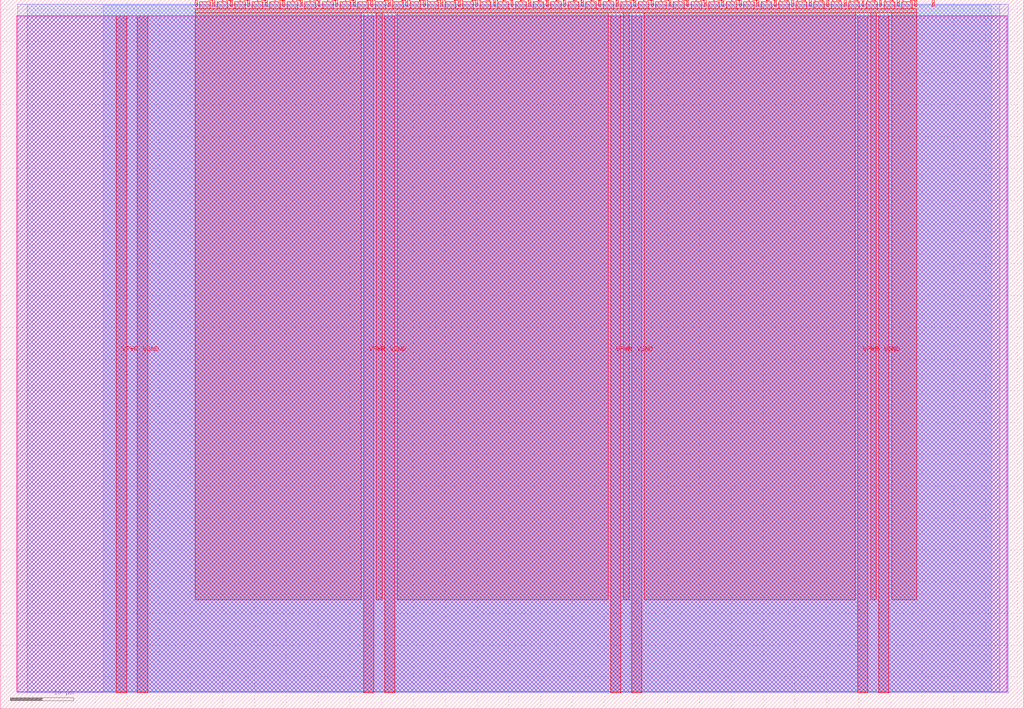
<source format=lef>
VERSION 5.7 ;
  NOWIREEXTENSIONATPIN ON ;
  DIVIDERCHAR "/" ;
  BUSBITCHARS "[]" ;
MACRO tt_um_rejunity_ay8913
  CLASS BLOCK ;
  FOREIGN tt_um_rejunity_ay8913 ;
  ORIGIN 0.000 0.000 ;
  SIZE 161.000 BY 111.520 ;
  PIN VGND
    DIRECTION INOUT ;
    USE GROUND ;
    PORT
      LAYER met4 ;
        RECT 21.580 2.480 23.180 109.040 ;
    END
    PORT
      LAYER met4 ;
        RECT 60.450 2.480 62.050 109.040 ;
    END
    PORT
      LAYER met4 ;
        RECT 99.320 2.480 100.920 109.040 ;
    END
    PORT
      LAYER met4 ;
        RECT 138.190 2.480 139.790 109.040 ;
    END
  END VGND
  PIN VPWR
    DIRECTION INOUT ;
    USE POWER ;
    PORT
      LAYER met4 ;
        RECT 18.280 2.480 19.880 109.040 ;
    END
    PORT
      LAYER met4 ;
        RECT 57.150 2.480 58.750 109.040 ;
    END
    PORT
      LAYER met4 ;
        RECT 96.020 2.480 97.620 109.040 ;
    END
    PORT
      LAYER met4 ;
        RECT 134.890 2.480 136.490 109.040 ;
    END
  END VPWR
  PIN clk
    DIRECTION INPUT ;
    USE SIGNAL ;
    ANTENNAGATEAREA 0.852000 ;
    PORT
      LAYER met4 ;
        RECT 143.830 110.520 144.130 111.520 ;
    END
  END clk
  PIN ena
    DIRECTION INPUT ;
    USE SIGNAL ;
    PORT
      LAYER met4 ;
        RECT 146.590 110.520 146.890 111.520 ;
    END
  END ena
  PIN rst_n
    DIRECTION INPUT ;
    USE SIGNAL ;
    ANTENNAGATEAREA 0.213000 ;
    PORT
      LAYER met4 ;
        RECT 141.070 110.520 141.370 111.520 ;
    END
  END rst_n
  PIN ui_in[0]
    DIRECTION INPUT ;
    USE SIGNAL ;
    ANTENNAGATEAREA 0.196500 ;
    PORT
      LAYER met4 ;
        RECT 138.310 110.520 138.610 111.520 ;
    END
  END ui_in[0]
  PIN ui_in[1]
    DIRECTION INPUT ;
    USE SIGNAL ;
    ANTENNAGATEAREA 0.196500 ;
    PORT
      LAYER met4 ;
        RECT 135.550 110.520 135.850 111.520 ;
    END
  END ui_in[1]
  PIN ui_in[2]
    DIRECTION INPUT ;
    USE SIGNAL ;
    ANTENNAGATEAREA 0.196500 ;
    PORT
      LAYER met4 ;
        RECT 132.790 110.520 133.090 111.520 ;
    END
  END ui_in[2]
  PIN ui_in[3]
    DIRECTION INPUT ;
    USE SIGNAL ;
    ANTENNAGATEAREA 0.196500 ;
    PORT
      LAYER met4 ;
        RECT 130.030 110.520 130.330 111.520 ;
    END
  END ui_in[3]
  PIN ui_in[4]
    DIRECTION INPUT ;
    USE SIGNAL ;
    ANTENNAGATEAREA 0.196500 ;
    PORT
      LAYER met4 ;
        RECT 127.270 110.520 127.570 111.520 ;
    END
  END ui_in[4]
  PIN ui_in[5]
    DIRECTION INPUT ;
    USE SIGNAL ;
    ANTENNAGATEAREA 0.159000 ;
    PORT
      LAYER met4 ;
        RECT 124.510 110.520 124.810 111.520 ;
    END
  END ui_in[5]
  PIN ui_in[6]
    DIRECTION INPUT ;
    USE SIGNAL ;
    ANTENNAGATEAREA 0.159000 ;
    PORT
      LAYER met4 ;
        RECT 121.750 110.520 122.050 111.520 ;
    END
  END ui_in[6]
  PIN ui_in[7]
    DIRECTION INPUT ;
    USE SIGNAL ;
    ANTENNAGATEAREA 0.159000 ;
    PORT
      LAYER met4 ;
        RECT 118.990 110.520 119.290 111.520 ;
    END
  END ui_in[7]
  PIN uio_in[0]
    DIRECTION INPUT ;
    USE SIGNAL ;
    ANTENNAGATEAREA 0.196500 ;
    PORT
      LAYER met4 ;
        RECT 116.230 110.520 116.530 111.520 ;
    END
  END uio_in[0]
  PIN uio_in[1]
    DIRECTION INPUT ;
    USE SIGNAL ;
    ANTENNAGATEAREA 0.196500 ;
    PORT
      LAYER met4 ;
        RECT 113.470 110.520 113.770 111.520 ;
    END
  END uio_in[1]
  PIN uio_in[2]
    DIRECTION INPUT ;
    USE SIGNAL ;
    ANTENNAGATEAREA 0.196500 ;
    PORT
      LAYER met4 ;
        RECT 110.710 110.520 111.010 111.520 ;
    END
  END uio_in[2]
  PIN uio_in[3]
    DIRECTION INPUT ;
    USE SIGNAL ;
    ANTENNAGATEAREA 0.196500 ;
    PORT
      LAYER met4 ;
        RECT 107.950 110.520 108.250 111.520 ;
    END
  END uio_in[3]
  PIN uio_in[4]
    DIRECTION INPUT ;
    USE SIGNAL ;
    PORT
      LAYER met4 ;
        RECT 105.190 110.520 105.490 111.520 ;
    END
  END uio_in[4]
  PIN uio_in[5]
    DIRECTION INPUT ;
    USE SIGNAL ;
    PORT
      LAYER met4 ;
        RECT 102.430 110.520 102.730 111.520 ;
    END
  END uio_in[5]
  PIN uio_in[6]
    DIRECTION INPUT ;
    USE SIGNAL ;
    PORT
      LAYER met4 ;
        RECT 99.670 110.520 99.970 111.520 ;
    END
  END uio_in[6]
  PIN uio_in[7]
    DIRECTION INPUT ;
    USE SIGNAL ;
    PORT
      LAYER met4 ;
        RECT 96.910 110.520 97.210 111.520 ;
    END
  END uio_in[7]
  PIN uio_oe[0]
    DIRECTION OUTPUT ;
    USE SIGNAL ;
    PORT
      LAYER met4 ;
        RECT 49.990 110.520 50.290 111.520 ;
    END
  END uio_oe[0]
  PIN uio_oe[1]
    DIRECTION OUTPUT ;
    USE SIGNAL ;
    PORT
      LAYER met4 ;
        RECT 47.230 110.520 47.530 111.520 ;
    END
  END uio_oe[1]
  PIN uio_oe[2]
    DIRECTION OUTPUT ;
    USE SIGNAL ;
    PORT
      LAYER met4 ;
        RECT 44.470 110.520 44.770 111.520 ;
    END
  END uio_oe[2]
  PIN uio_oe[3]
    DIRECTION OUTPUT ;
    USE SIGNAL ;
    PORT
      LAYER met4 ;
        RECT 41.710 110.520 42.010 111.520 ;
    END
  END uio_oe[3]
  PIN uio_oe[4]
    DIRECTION OUTPUT ;
    USE SIGNAL ;
    PORT
      LAYER met4 ;
        RECT 38.950 110.520 39.250 111.520 ;
    END
  END uio_oe[4]
  PIN uio_oe[5]
    DIRECTION OUTPUT ;
    USE SIGNAL ;
    PORT
      LAYER met4 ;
        RECT 36.190 110.520 36.490 111.520 ;
    END
  END uio_oe[5]
  PIN uio_oe[6]
    DIRECTION OUTPUT ;
    USE SIGNAL ;
    PORT
      LAYER met4 ;
        RECT 33.430 110.520 33.730 111.520 ;
    END
  END uio_oe[6]
  PIN uio_oe[7]
    DIRECTION OUTPUT ;
    USE SIGNAL ;
    PORT
      LAYER met4 ;
        RECT 30.670 110.520 30.970 111.520 ;
    END
  END uio_oe[7]
  PIN uio_out[0]
    DIRECTION OUTPUT ;
    USE SIGNAL ;
    PORT
      LAYER met4 ;
        RECT 72.070 110.520 72.370 111.520 ;
    END
  END uio_out[0]
  PIN uio_out[1]
    DIRECTION OUTPUT ;
    USE SIGNAL ;
    PORT
      LAYER met4 ;
        RECT 69.310 110.520 69.610 111.520 ;
    END
  END uio_out[1]
  PIN uio_out[2]
    DIRECTION OUTPUT ;
    USE SIGNAL ;
    PORT
      LAYER met4 ;
        RECT 66.550 110.520 66.850 111.520 ;
    END
  END uio_out[2]
  PIN uio_out[3]
    DIRECTION OUTPUT ;
    USE SIGNAL ;
    PORT
      LAYER met4 ;
        RECT 63.790 110.520 64.090 111.520 ;
    END
  END uio_out[3]
  PIN uio_out[4]
    DIRECTION OUTPUT ;
    USE SIGNAL ;
    ANTENNADIFFAREA 0.795200 ;
    PORT
      LAYER met4 ;
        RECT 61.030 110.520 61.330 111.520 ;
    END
  END uio_out[4]
  PIN uio_out[5]
    DIRECTION OUTPUT ;
    USE SIGNAL ;
    ANTENNADIFFAREA 0.795200 ;
    PORT
      LAYER met4 ;
        RECT 58.270 110.520 58.570 111.520 ;
    END
  END uio_out[5]
  PIN uio_out[6]
    DIRECTION OUTPUT ;
    USE SIGNAL ;
    ANTENNADIFFAREA 0.445500 ;
    PORT
      LAYER met4 ;
        RECT 55.510 110.520 55.810 111.520 ;
    END
  END uio_out[6]
  PIN uio_out[7]
    DIRECTION OUTPUT ;
    USE SIGNAL ;
    ANTENNADIFFAREA 0.795200 ;
    PORT
      LAYER met4 ;
        RECT 52.750 110.520 53.050 111.520 ;
    END
  END uio_out[7]
  PIN uo_out[0]
    DIRECTION OUTPUT ;
    USE SIGNAL ;
    ANTENNADIFFAREA 1.431000 ;
    PORT
      LAYER met4 ;
        RECT 94.150 110.520 94.450 111.520 ;
    END
  END uo_out[0]
  PIN uo_out[1]
    DIRECTION OUTPUT ;
    USE SIGNAL ;
    ANTENNADIFFAREA 0.891000 ;
    PORT
      LAYER met4 ;
        RECT 91.390 110.520 91.690 111.520 ;
    END
  END uo_out[1]
  PIN uo_out[2]
    DIRECTION OUTPUT ;
    USE SIGNAL ;
    ANTENNADIFFAREA 0.891000 ;
    PORT
      LAYER met4 ;
        RECT 88.630 110.520 88.930 111.520 ;
    END
  END uo_out[2]
  PIN uo_out[3]
    DIRECTION OUTPUT ;
    USE SIGNAL ;
    ANTENNADIFFAREA 0.891000 ;
    PORT
      LAYER met4 ;
        RECT 85.870 110.520 86.170 111.520 ;
    END
  END uo_out[3]
  PIN uo_out[4]
    DIRECTION OUTPUT ;
    USE SIGNAL ;
    ANTENNADIFFAREA 0.891000 ;
    PORT
      LAYER met4 ;
        RECT 83.110 110.520 83.410 111.520 ;
    END
  END uo_out[4]
  PIN uo_out[5]
    DIRECTION OUTPUT ;
    USE SIGNAL ;
    ANTENNADIFFAREA 0.891000 ;
    PORT
      LAYER met4 ;
        RECT 80.350 110.520 80.650 111.520 ;
    END
  END uo_out[5]
  PIN uo_out[6]
    DIRECTION OUTPUT ;
    USE SIGNAL ;
    ANTENNADIFFAREA 1.431000 ;
    PORT
      LAYER met4 ;
        RECT 77.590 110.520 77.890 111.520 ;
    END
  END uo_out[6]
  PIN uo_out[7]
    DIRECTION OUTPUT ;
    USE SIGNAL ;
    ANTENNAGATEAREA 0.247500 ;
    ANTENNADIFFAREA 0.891000 ;
    PORT
      LAYER met4 ;
        RECT 74.830 110.520 75.130 111.520 ;
    END
  END uo_out[7]
  OBS
      LAYER nwell ;
        RECT 2.570 2.635 158.430 108.990 ;
      LAYER li1 ;
        RECT 2.760 2.635 158.240 108.885 ;
      LAYER met1 ;
        RECT 2.760 2.480 158.540 110.800 ;
      LAYER met2 ;
        RECT 4.240 2.535 157.220 110.830 ;
      LAYER met3 ;
        RECT 16.165 2.555 155.875 110.665 ;
      LAYER met4 ;
        RECT 31.370 110.120 33.030 111.170 ;
        RECT 34.130 110.120 35.790 111.170 ;
        RECT 36.890 110.120 38.550 111.170 ;
        RECT 39.650 110.120 41.310 111.170 ;
        RECT 42.410 110.120 44.070 111.170 ;
        RECT 45.170 110.120 46.830 111.170 ;
        RECT 47.930 110.120 49.590 111.170 ;
        RECT 50.690 110.120 52.350 111.170 ;
        RECT 53.450 110.120 55.110 111.170 ;
        RECT 56.210 110.120 57.870 111.170 ;
        RECT 58.970 110.120 60.630 111.170 ;
        RECT 61.730 110.120 63.390 111.170 ;
        RECT 64.490 110.120 66.150 111.170 ;
        RECT 67.250 110.120 68.910 111.170 ;
        RECT 70.010 110.120 71.670 111.170 ;
        RECT 72.770 110.120 74.430 111.170 ;
        RECT 75.530 110.120 77.190 111.170 ;
        RECT 78.290 110.120 79.950 111.170 ;
        RECT 81.050 110.120 82.710 111.170 ;
        RECT 83.810 110.120 85.470 111.170 ;
        RECT 86.570 110.120 88.230 111.170 ;
        RECT 89.330 110.120 90.990 111.170 ;
        RECT 92.090 110.120 93.750 111.170 ;
        RECT 94.850 110.120 96.510 111.170 ;
        RECT 97.610 110.120 99.270 111.170 ;
        RECT 100.370 110.120 102.030 111.170 ;
        RECT 103.130 110.120 104.790 111.170 ;
        RECT 105.890 110.120 107.550 111.170 ;
        RECT 108.650 110.120 110.310 111.170 ;
        RECT 111.410 110.120 113.070 111.170 ;
        RECT 114.170 110.120 115.830 111.170 ;
        RECT 116.930 110.120 118.590 111.170 ;
        RECT 119.690 110.120 121.350 111.170 ;
        RECT 122.450 110.120 124.110 111.170 ;
        RECT 125.210 110.120 126.870 111.170 ;
        RECT 127.970 110.120 129.630 111.170 ;
        RECT 130.730 110.120 132.390 111.170 ;
        RECT 133.490 110.120 135.150 111.170 ;
        RECT 136.250 110.120 137.910 111.170 ;
        RECT 139.010 110.120 140.670 111.170 ;
        RECT 141.770 110.120 143.430 111.170 ;
        RECT 30.655 109.440 144.145 110.120 ;
        RECT 30.655 17.175 56.750 109.440 ;
        RECT 59.150 17.175 60.050 109.440 ;
        RECT 62.450 17.175 95.620 109.440 ;
        RECT 98.020 17.175 98.920 109.440 ;
        RECT 101.320 17.175 134.490 109.440 ;
        RECT 136.890 17.175 137.790 109.440 ;
        RECT 140.190 17.175 144.145 109.440 ;
  END
END tt_um_rejunity_ay8913
END LIBRARY


</source>
